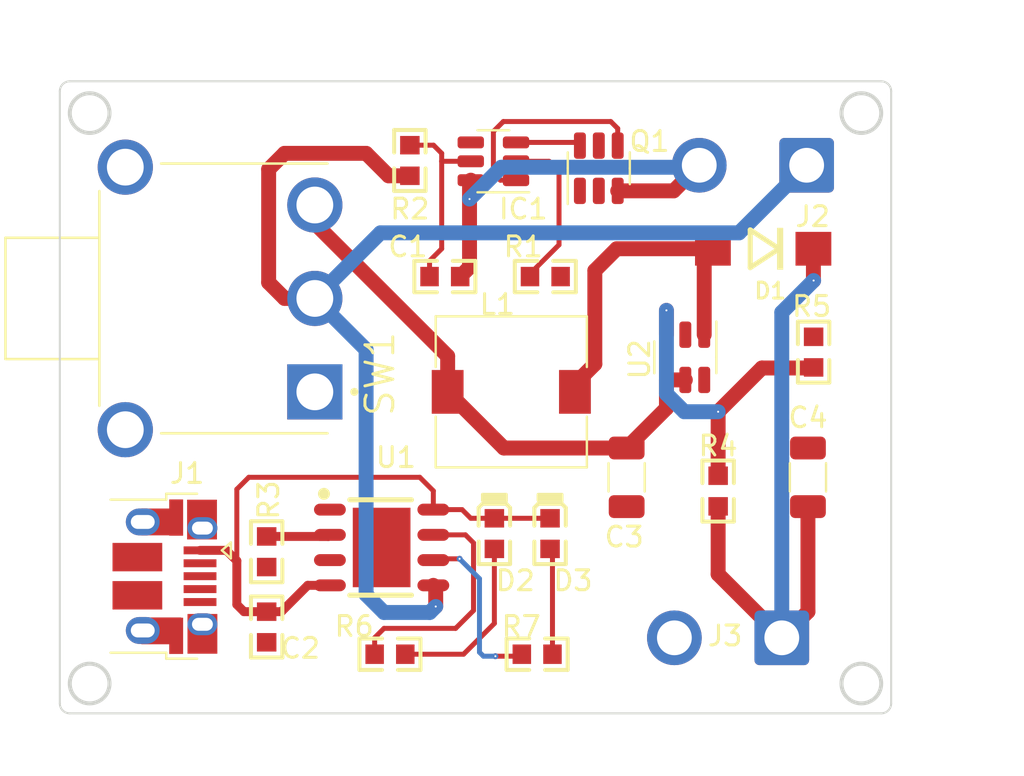
<source format=kicad_pcb>
(kicad_pcb (version 20211014) (generator pcbnew)
  (layers (0 "F.Cu" signal) (31 "B.Cu" signal) (34 "B.Paste" user) (35 "F.Paste" user) (36 "B.SilkS" user "B.Silkscreen") (37 "F.SilkS" user "F.Silkscreen") (38 "B.Mask" user) (39 "F.Mask" user) (44 "Edge.Cuts" user))
  (net 0 "")
  (net 1 "Net-(C1-Pad1)")
  (net 2 "/BAT-")
  (net 3 "/VBUS")
  (net 4 "GND")
  (net 5 "Net-(C3-Pad1)")
  (net 6 "/5V")
  (net 7 "Net-(D1-PadA)")
  (net 8 "Net-(D2-Pad1)")
  (net 9 "Net-(D3-Pad1)")
  (net 10 "/OD")
  (net 11 "Net-(IC1-Pad2)")
  (net 12 "Net-(IC1-Pad3)")
  (net 17 "/BAT+")
  (net 19 "Net-(R3-Pad2)")
  (net 20 "Net-(R4-Pad2)")
  (net 21 "Net-(R6-Pad1)")
  (net 22 "Net-(R7-Pad1)")
  (footprint "Capacitor_SMD:C_1206_3216Metric" (layer "F.Cu") (at 174.315 75.925 90)
    (fp_text reference "C4" (at 3 0 180) (layer "F.SilkS"))
    (fp_text value "22uF")
    (fp_line (start -0.711252 0.91) (end 0.711252 0.91) (layer "F.SilkS") (width 0.12))
    (fp_line (start -0.711252 -0.91) (end 0.711252 -0.91) (layer "F.SilkS") (width 0.12))
    (pad "1" smd roundrect (at -1.475 0 90) (size 1.15 1.8) (layers "F.Cu" "F.Paste" "F.Mask") (roundrect_rratio 0.217391) (net 6 "/5V"))
    (pad "2" smd roundrect (at 1.475 0 90) (size 1.15 1.8) (layers "F.Cu" "F.Paste" "F.Mask") (roundrect_rratio 0.217391) (net 4 "GND"))
  )
  (footprint "lc_lib:0603_R" (layer "F.Cu") (at 160.7 84.825)
    (fp_text reference "R7" (at -0.8 -1.4) (layer "F.SilkS"))
    (fp_text value "1k")
    (fp_line (start -1.535 0.79) (end -0.4 0.79) (layer "F.SilkS") (width 0.2))
    (fp_line (start 1.535 0.79) (end 1.535 -0.79) (layer "F.SilkS") (width 0.2))
    (fp_line (start 0.4 -0.79) (end 1.535 -0.79) (layer "F.SilkS") (width 0.2))
    (fp_line (start 0.4 0.79) (end 1.535 0.79) (layer "F.SilkS") (width 0.2))
    (fp_line (start -1.535 -0.79) (end -0.4 -0.79) (layer "F.SilkS") (width 0.2))
    (fp_line (start -1.535 0.79) (end -1.535 -0.79) (layer "F.SilkS") (width 0.2))
    (pad "1" smd rect locked (at -0.77 0) (size 0.93 0.98) (layers "F.Cu" "F.Paste" "F.Mask") (net 22 "Net-(R7-Pad1)"))
    (pad "2" smd rect locked (at 0.77 0) (size 0.93 0.98) (layers "F.Cu" "F.Paste" "F.Mask") (net 9 "Net-(D3-Pad1)"))
  )
  (footprint "Connector_USB:USB_Micro-B_Amphenol_10103594-0001LF_Horizontal" (layer "F.Cu") (at 141.985 80.925 -90)
    (fp_text reference "J1" (at -5.2 -1.115 180) (layer "F.SilkS"))
    (fp_text value "USB_B_Micro")
    (fp_line (start -1.325 -2.865) (end -1.725 -3.315) (layer "F.SilkS") (width 0.12))
    (fp_line (start -0.925 -3.315) (end -1.325 -2.865) (layer "F.SilkS") (width 0.12))
    (fp_line (start -3.875 2.735) (end -3.875 -0.065) (layer "F.SilkS") (width 0.12))
    (fp_line (start 3.825 -0.065) (end 4.125 -0.065) (layer "F.SilkS") (width 0.12))
    (fp_line (start -4.175 -0.065) (end -3.875 -0.065) (layer "F.SilkS") (width 0.12))
    (fp_line (start 4.125 -0.065) (end 4.125 -1.615) (layer "F.SilkS") (width 0.12))
    (fp_line (start 3.825 2.735) (end 3.825 -0.065) (layer "F.SilkS") (width 0.12))
    (fp_line (start -4.175 -0.065) (end -4.175 -1.615) (layer "F.SilkS") (width 0.12))
    (fp_line (start -1.725 -3.315) (end -0.925 -3.315) (layer "F.SilkS") (width 0.12))
    (pad "1" smd rect (at -1.325 -1.765) (size 1.65 0.4) (layers "F.Cu" "F.Paste" "F.Mask") (net 3 "/VBUS"))
    (pad "2" smd rect (at -0.675 -1.765) (size 1.65 0.4) (layers "F.Cu" "F.Paste" "F.Mask"))
    (pad "3" smd rect (at -0.025 -1.765) (size 1.65 0.4) (layers "F.Cu" "F.Paste" "F.Mask"))
    (pad "4" smd rect (at 0.625 -1.765) (size 1.65 0.4) (layers "F.Cu" "F.Paste" "F.Mask"))
    (pad "5" smd rect (at 1.275 -1.765) (size 1.65 0.4) (layers "F.Cu" "F.Paste" "F.Mask") (net 4 "GND"))
    (pad "6" smd rect (at 2.875 -1.885 270) (size 2 1.5) (layers "F.Cu" "F.Paste" "F.Mask") (net 4 "GND"))
    (pad "6" smd rect (at 2.725 0.185 270) (size 1.35 2) (layers "F.Cu" "F.Paste" "F.Mask") (net 4 "GND"))
    (pad "6" smd rect (at -0.985 1.385) (size 2.5 1.43) (layers "F.Cu" "F.Paste" "F.Mask") (net 4 "GND"))
    (pad "6" smd rect (at -2.875 -1.865 270) (size 2 1.5) (layers "F.Cu" "F.Paste" "F.Mask") (net 4 "GND"))
    (pad "6" thru_hole oval (at 2.395 -1.885) (size 1.5 1.1) (drill oval 1.05 0.65) (layers *.Cu *.Mask) (net 4 "GND"))
    (pad "6" thru_hole oval (at -2.755 1.115) (size 1.7 1.35) (drill oval 1.2 0.7) (layers *.Cu *.Mask) (net 4 "GND"))
    (pad "6" smd rect (at -2.755 0.185 270) (size 1.35 2) (layers "F.Cu" "F.Paste" "F.Mask") (net 4 "GND"))
    (pad "6" smd rect (at 2.975 -0.565 270) (size 1.825 0.7) (layers "F.Cu" "F.Paste" "F.Mask") (net 4 "GND"))
    (pad "6" thru_hole oval (at -2.445 -1.885) (size 1.5 1.1) (drill oval 1.05 0.65) (layers *.Cu *.Mask) (net 4 "GND"))
    (pad "6" thru_hole oval (at 2.705 1.115) (size 1.7 1.35) (drill oval 1.2 0.7) (layers *.Cu *.Mask) (net 4 "GND"))
    (pad "6" smd rect (at -2.975 -0.565 270) (size 1.825 0.7) (layers "F.Cu" "F.Paste" "F.Mask") (net 4 "GND"))
    (pad "6" smd rect (at 0.935 1.385) (size 2.5 1.43) (layers "F.Cu" "F.Paste" "F.Mask") (net 4 "GND"))
  )
  (footprint "lc_lib:0603_R" (layer "F.Cu") (at 154.3 59.985 -90)
    (fp_text reference "R2" (at 2.44 0 180) (layer "F.SilkS"))
    (fp_text value "100")
    (fp_line (start -1.535 0.79) (end -1.535 -0.79) (layer "F.SilkS") (width 0.2))
    (fp_line (start 0.4 -0.79) (end 1.535 -0.79) (layer "F.SilkS") (width 0.2))
    (fp_line (start 0.4 0.79) (end 1.535 0.79) (layer "F.SilkS") (width 0.2))
    (fp_line (start -1.535 0.79) (end -0.4 0.79) (layer "F.SilkS") (width 0.2))
    (fp_line (start 1.535 0.79) (end 1.535 -0.79) (layer "F.SilkS") (width 0.2))
    (fp_line (start -1.535 -0.79) (end -0.4 -0.79) (layer "F.SilkS") (width 0.2))
    (pad "1" smd rect locked (at -0.77 0 270) (size 0.93 0.98) (layers "F.Cu" "F.Paste" "F.Mask") (net 1 "Net-(C1-Pad1)"))
    (pad "2" smd rect locked (at 0.77 0 270) (size 0.93 0.98) (layers "F.Cu" "F.Paste" "F.Mask") (net 17 "/BAT+"))
  )
  (footprint "403_charger_new:75_75_4" (layer "F.Cu") (at 163.15 67.625 180)
    (fp_text reference "L1" (at 4.45 0.4 unlocked) (layer "F.SilkS"))
    (fp_text value "22uH")
    (fp_line (start -0.05 -0.2) (end -0.05 -2.75) (layer "F.SilkS") (width 0.12))
    (fp_line (start -0.05 -7.8) (end 7.55 -7.8) (layer "F.SilkS") (width 0.12))
    (fp_line (start 7.55 -0.2) (end -0.05 -0.2) (layer "F.SilkS") (width 0.12))
    (fp_line (start 7.55 -2.75) (end 7.55 -0.2) (layer "F.SilkS") (width 0.12))
    (fp_line (start -0.05 -5.25) (end -0.05 -7.8) (layer "F.SilkS") (width 0.12))
    (fp_line (start 7.55 -7.8) (end 7.55 -5.25) (layer "F.SilkS") (width 0.12))
    (pad "1" smd rect (at 0.55 -4 90) (size 2.2 1.6) (layers "F.Cu" "F.Paste" "F.Mask") (net 7 "Net-(D1-PadA)"))
    (pad "2" smd rect (at 6.95 -4 90) (size 2.2 1.6) (layers "F.Cu" "F.Adhes" "F.Paste" "F.Mask") (net 5 "Net-(C3-Pad1)"))
  )
  (footprint "Package_TO_SOT_SMD:SOT-23-6" (layer "F.Cu") (at 163.8 60.375 90)
    (fp_text reference "Q1" (at 1.35 2.55 180) (layer "F.SilkS"))
    (fp_text value "FS8205")
    (fp_line (start 0 1.56) (end -0.8 1.56) (layer "F.SilkS") (width 0.12))
    (fp_line (start 0 1.56) (end 0.8 1.56) (layer "F.SilkS") (width 0.12))
    (fp_line (start 0 -1.56) (end -1.8 -1.56) (layer "F.SilkS") (width 0.12))
    (fp_line (start 0 -1.56) (end 0.8 -1.56) (layer "F.SilkS") (width 0.12))
    (pad "1" smd roundrect (at -1.1375 -0.95 90) (size 1.325 0.6) (layers "F.Cu" "F.Paste" "F.Mask") (net 4 "GND"))
    (pad "2" smd roundrect (at -1.1375 0 90) (size 1.325 0.6) (layers "F.Cu" "F.Paste" "F.Mask"))
    (pad "3" smd roundrect (at -1.1375 0.95 90) (size 1.325 0.6) (layers "F.Cu" "F.Paste" "F.Mask") (net 2 "/BAT-"))
    (pad "4" smd roundrect (at 1.1375 0.95 90) (size 1.325 0.6) (layers "F.Cu" "F.Paste" "F.Mask") (net 10 "/OD"))
    (pad "5" smd roundrect (at 1.1375 0 90) (size 1.325 0.6) (layers "F.Cu" "F.Paste" "F.Mask"))
    (pad "6" smd roundrect (at 1.1375 -0.95 90) (size 1.325 0.6) (layers "F.Cu" "F.Paste" "F.Mask") (net 12 "Net-(IC1-Pad3)"))
  )
  (footprint "lc_lib:0603_R" (layer "F.Cu") (at 169.8 76.615 90)
    (fp_text reference "R4" (at 2.27 0 180) (layer "F.SilkS"))
    (fp_text value "7.5k")
    (fp_line (start -1.535 0.79) (end -1.535 -0.79) (layer "F.SilkS") (width 0.2))
    (fp_line (start 1.535 0.79) (end 1.535 -0.79) (layer "F.SilkS") (width 0.2))
    (fp_line (start -1.535 0.79) (end -0.4 0.79) (layer "F.SilkS") (width 0.2))
    (fp_line (start 0.4 0.79) (end 1.535 0.79) (layer "F.SilkS") (width 0.2))
    (fp_line (start 0.4 -0.79) (end 1.535 -0.79) (layer "F.SilkS") (width 0.2))
    (fp_line (start -1.535 -0.79) (end -0.4 -0.79) (layer "F.SilkS") (width 0.2))
    (pad "1" smd rect locked (at -0.77 0 90) (size 0.93 0.98) (layers "F.Cu" "F.Paste" "F.Mask") (net 6 "/5V"))
    (pad "2" smd rect locked (at 0.77 0 90) (size 0.93 0.98) (layers "F.Cu" "F.Paste" "F.Mask") (net 20 "Net-(R4-Pad2)"))
  )
  (footprint "403_charger_new:SS34" (layer "F.Cu") (at 172.06375 64.425 180)
    (fp_text reference "D1" (at -0.354 -2.117 180) (layer "F.SilkS") (effects (font (size 0.8 0.8))))
    (fp_text value "SS34_mdd")
    (fp_line (start 0.65 0.95) (end -0.8 0) (layer "F.SilkS") (width 0.254))
    (fp_line (start -0.8 0) (end 0.65 -0.95) (layer "F.SilkS") (width 0.254))
    (fp_line (start 0.65 -0.95) (end 0.65 0.95) (layer "F.SilkS") (width 0.254))
    (fp_poly (pts (xy -1 -1.05) (xy -0.7 -1.05) (xy -0.7 1.05) (xy -1 1.05)) (layer "F.SilkS") (width 0.01) (fill solid))
    (pad "A" smd rect (at 2.52625 0 180) (size 1.8 1.7) (layers "F.Cu" "F.Paste" "F.Mask") (net 7 "Net-(D1-PadA)"))
    (pad "C" smd rect (at -2.52625 0 180) (size 1.8 1.7) (layers "F.Cu" "F.Paste" "F.Mask") (net 6 "/5V"))
  )
  (footprint "Package_TO_SOT_SMD:SOT-23-6" (layer "F.Cu") (at 158.5 60.025 180)
    (fp_text reference "IC1" (at -1.5 -2.4 180) (layer "F.SilkS"))
    (fp_text value "FS312F-G")
    (fp_line (start 0 1.56) (end 0.8 1.56) (layer "F.SilkS") (width 0.12))
    (fp_line (start 0 -1.56) (end -1.8 -1.56) (layer "F.SilkS") (width 0.12))
    (fp_line (start 0 1.56) (end -0.8 1.56) (layer "F.SilkS") (width 0.12))
    (fp_line (start 0 -1.56) (end 0.8 -1.56) (layer "F.SilkS") (width 0.12))
    (pad "1" smd roundrect (at -1.1375 -0.95 180) (size 1.325 0.6) (layers "F.Cu" "F.Paste" "F.Mask") (net 10 "/OD"))
    (pad "2" smd roundrect (at -1.1375 0 180) (size 1.325 0.6) (layers "F.Cu" "F.Paste" "F.Mask") (net 11 "Net-(IC1-Pad2)"))
    (pad "3" smd roundrect (at -1.1375 0.95 180) (size 1.325 0.6) (layers "F.Cu" "F.Paste" "F.Mask") (net 12 "Net-(IC1-Pad3)"))
    (pad "4" smd roundrect (at 1.1375 0.95 180) (size 1.325 0.6) (layers "F.Cu" "F.Paste" "F.Mask"))
    (pad "5" smd roundrect (at 1.1375 0 180) (size 1.325 0.6) (layers "F.Cu" "F.Paste" "F.Mask") (net 1 "Net-(C1-Pad1)"))
    (pad "6" smd roundrect (at 1.1375 -0.95 180) (size 1.325 0.6) (layers "F.Cu" "F.Paste" "F.Mask") (net 2 "/BAT-"))
  )
  (footprint "403_charger_new:SW_500SSP3S1M6QEA" (layer "F.Cu") (at 144.7575 66.925 90)
    (fp_text reference "SW1" (at -3.8 8.0425 90) (layer "F.SilkS") (effects (font (size 1.4 1.4))))
    (fp_text value "SW_DIP_x01")
    (fp_line (start 3.05 -10.79) (end 3.05 -6.075) (layer "F.SilkS") (width 0.127))
    (fp_line (start -3.05 -6.075) (end -3.05 -10.79) (layer "F.SilkS") (width 0.127))
    (fp_line (start -6.785 -2.964) (end -6.785 5.4) (layer "F.SilkS") (width 0.127))
    (fp_line (start -3.05 -10.79) (end 3.05 -10.79) (layer "F.SilkS") (width 0.127))
    (fp_line (start 6.785 -2.964) (end 6.785 5.4) (layer "F.SilkS") (width 0.127))
    (fp_line (start -5.4 -6.07) (end 5.4 -6.07) (layer "F.SilkS") (width 0.127))
    (fp_circle (center -4.7 6.75) (end -4.6 6.75) (layer "F.SilkS") (width 0.2) (fill none))
    (pad "1" thru_hole rect (at -4.7 4.765 90) (size 2.775 2.775) (drill 1.85) (layers *.Cu *.Mask))
    (pad "2" thru_hole circle (at 0 4.765 90) (size 2.775 2.775) (drill 1.85) (layers *.Cu *.Mask) (net 17 "/BAT+"))
    (pad "3" thru_hole circle (at 4.7 4.765 90) (size 2.775 2.775) (drill 1.85) (layers *.Cu *.Mask) (net 5 "Net-(C3-Pad1)"))
    (pad "S1" thru_hole circle (at -6.605 -4.765 90) (size 2.775 2.775) (drill 1.85) (layers *.Cu *.Mask))
    (pad "S2" thru_hole circle (at 6.605 -4.765 90) (size 2.775 2.775) (drill 1.85) (layers *.Cu *.Mask))
  )
  (footprint "lc_lib:0603_R" (layer "F.Cu") (at 174.6 69.625 90)
    (fp_text reference "R5" (at 2.3 -0.1 180) (layer "F.SilkS"))
    (fp_text value "1k")
    (fp_line (start 0.4 -0.79) (end 1.535 -0.79) (layer "F.SilkS") (width 0.2))
    (fp_line (start 1.535 0.79) (end 1.535 -0.79) (layer "F.SilkS") (width 0.2))
    (fp_line (start -1.535 0.79) (end -1.535 -0.79) (layer "F.SilkS") (width 0.2))
    (fp_line (start -1.535 0.79) (end -0.4 0.79) (layer "F.SilkS") (width 0.2))
    (fp_line (start -1.535 -0.79) (end -0.4 -0.79) (layer "F.SilkS") (width 0.2))
    (fp_line (start 0.4 0.79) (end 1.535 0.79) (layer "F.SilkS") (width 0.2))
    (pad "1" smd rect locked (at -0.77 0 90) (size 0.93 0.98) (layers "F.Cu" "F.Paste" "F.Mask") (net 20 "Net-(R4-Pad2)"))
    (pad "2" smd rect locked (at 0.77 0 90) (size 0.93 0.98) (layers "F.Cu" "F.Paste" "F.Mask") (net 4 "GND"))
  )
  (footprint "Package_TO_SOT_SMD:SOT-23-6" (layer "F.Cu") (at 168.15 69.8875 -90)
    (fp_text reference "U2" (at 0.1 2.3 90) (layer "F.SilkS"))
    (fp_text value "MT3608")
    (fp_line (start 0 -1.56) (end 0.8 -1.56) (layer "F.SilkS") (width 0.12))
    (fp_line (start 0 1.56) (end 0.8 1.56) (layer "F.SilkS") (width 0.12))
    (fp_line (start 0 -1.56) (end -1.8 -1.56) (layer "F.SilkS") (width 0.12))
    (fp_line (start 0 1.56) (end -0.8 1.56) (layer "F.SilkS") (width 0.12))
    (pad "1" smd roundrect (at -1.1375 -0.95 270) (size 1.325 0.6) (layers "F.Cu" "F.Paste" "F.Mask") (net 7 "Net-(D1-PadA)"))
    (pad "2" smd roundrect (at -1.1375 0 270) (size 1.325 0.6) (layers "F.Cu" "F.Paste" "F.Mask") (net 4 "GND"))
    (pad "3" smd roundrect (at -1.1375 0.95 270) (size 1.325 0.6) (layers "F.Cu" "F.Paste" "F.Mask") (net 20 "Net-(R4-Pad2)"))
    (pad "4" smd roundrect (at 1.1375 0.95 270) (size 1.325 0.6) (layers "F.Cu" "F.Paste" "F.Mask") (net 5 "Net-(C3-Pad1)"))
    (pad "5" smd roundrect (at 1.1375 0 270) (size 1.325 0.6) (layers "F.Cu" "F.Paste" "F.Mask") (net 5 "Net-(C3-Pad1)"))
    (pad "6" smd roundrect (at 1.1375 -0.95 270) (size 1.325 0.6) (layers "F.Cu" "F.Paste" "F.Mask"))
  )
  (footprint "Connector_Wire:SolderWire-1sqmm_1x02_P5.4mm_D1.4mm_OD2.7mm" (layer "F.Cu") (at 173 84 180)
    (fp_text reference "J3" (at 2.85 0.1) (layer "F.SilkS"))
    (fp_text value "Conn_01x02_Female")
    (pad "1" thru_hole roundrect (at 0 0 180) (size 2.75 2.75) (drill 1.75) (layers *.Cu *.Mask) (roundrect_rratio 0.090909) (net 6 "/5V"))
    (pad "2" thru_hole circle (at 5.4 0 180) (size 2.75 2.75) (drill 1.75) (layers *.Cu *.Mask) (net 4 "GND"))
  )
  (footprint "lc_lib:0603_R" (layer "F.Cu") (at 156.06 65.825)
    (fp_text reference "C1" (at -1.86 -1.5) (layer "F.SilkS"))
    (fp_text value "0.1u")
    (fp_line (start -1.535 -0.79) (end -0.4 -0.79) (layer "F.SilkS") (width 0.2))
    (fp_line (start -1.535 0.79) (end -1.535 -0.79) (layer "F.SilkS") (width 0.2))
    (fp_line (start -1.535 0.79) (end -0.4 0.79) (layer "F.SilkS") (width 0.2))
    (fp_line (start 0.4 0.79) (end 1.535 0.79) (layer "F.SilkS") (width 0.2))
    (fp_line (start 0.4 -0.79) (end 1.535 -0.79) (layer "F.SilkS") (width 0.2))
    (fp_line (start 1.535 0.79) (end 1.535 -0.79) (layer "F.SilkS") (width 0.2))
    (pad "1" smd rect locked (at -0.77 0) (size 0.93 0.98) (layers "F.Cu" "F.Paste" "F.Mask") (net 1 "Net-(C1-Pad1)"))
    (pad "2" smd rect locked (at 0.77 0) (size 0.93 0.98) (layers "F.Cu" "F.Paste" "F.Mask") (net 2 "/BAT-"))
  )
  (footprint "lc_lib:SOP-8_EP_150MIL" (layer "F.Cu") (at 152.88 79.455 -90)
    (fp_text reference "U1" (at -4.53 -0.72 180) (layer "F.SilkS"))
    (fp_text value "TP4056_[C16581]")
    (fp_line (start -2.4 1.6) (end -2.4 -1.5) (layer "F.SilkS") (width 0.254))
    (fp_line (start 2.4 1.6) (end 2.4 -1.5) (layer "F.SilkS") (width 0.254))
    (fp_circle (center -2.7 2.9) (end -2.55 2.9) (layer "F.SilkS") (width 0.3) (fill none))
    (pad "0" smd rect (at 0 0 90) (size 4 2.9) (layers "F.Cu" "F.Paste" "F.Mask"))
    (pad "1" smd oval (at -1.905 2.6 90) (size 0.6 1.6) (layers "F.Cu" "F.Paste" "F.Mask") (net 4 "GND"))
    (pad "2" smd oval (at -0.635 2.6 90) (size 0.6 1.6) (layers "F.Cu" "F.Paste" "F.Mask") (net 19 "Net-(R3-Pad2)"))
    (pad "3" smd oval (at 0.635 2.6 90) (size 0.6 1.6) (layers "F.Cu" "F.Paste" "F.Mask") (net 4 "GND"))
    (pad "4" smd oval (at 1.905 2.6 90) (size 0.6 1.6) (layers "F.Cu" "F.Paste" "F.Mask") (net 3 "/VBUS"))
    (pad "5" smd oval (at 1.905 -2.6 90) (size 0.6 1.6) (layers "F.Cu" "F.Paste" "F.Mask") (net 17 "/BAT+"))
    (pad "6" smd oval (at 0.635 -2.6 90) (size 0.6 1.6) (layers "F.Cu" "F.Paste" "F.Mask") (net 22 "Net-(R7-Pad1)"))
    (pad "7" smd oval (at -0.635 -2.6 90) (size 0.6 1.6) (layers "F.Cu" "F.Paste" "F.Mask") (net 21 "Net-(R6-Pad1)"))
    (pad "8" smd oval (at -1.905 -2.6 90) (size 0.6 1.6) (layers "F.Cu" "F.Paste" "F.Mask") (net 3 "/VBUS"))
  )
  (footprint "lc_lib:0603_LED_S1" (layer "F.Cu") (at 158.549 78.7566 -90)
    (fp_text reference "D2" (at 2.3684 -1.051 180) (layer "F.SilkS"))
    (fp_text value "LED_R")
    (fp_line (start 1.535 0.79) (end 1.535 -0.79) (layer "F.SilkS") (width 0.2))
    (fp_line (start 0.4 0.79) (end 1.535 0.79) (layer "F.SilkS") (width 0.2))
    (fp_line (start -1.3 -0.79) (end -0.4 -0.79) (layer "F.SilkS") (width 0.2))
    (fp_line (start 0.4 -0.79) (end 1.535 -0.79) (layer "F.SilkS") (width 0.2))
    (fp_line (start -1.5 0.597) (end -1.3 0.79) (layer "F.SilkS") (width 0.2))
    (fp_line (start -1.3 0.79) (end -0.4 0.79) (layer "F.SilkS") (width 0.2))
    (fp_line (start -1.5 -0.597) (end -1.3 -0.79) (layer "F.SilkS") (width 0.2))
    (fp_line (start -1.5 0.597) (end -1.5 -0.597) (layer "F.SilkS") (width 0.2))
    (fp_poly (pts (xy -1.975 0.6) (xy -1.675 0.6) (xy -1.675 -0.6) (xy -1.975 -0.6)) (layer "F.SilkS") (width 0.15) (fill solid))
    (pad "1" smd rect (at 0.77 0 90) (size 0.93 0.98) (layers "F.Cu" "F.Paste" "F.Mask") (net 8 "Net-(D2-Pad1)"))
    (pad "2" smd rect (at -0.77 0 90) (size 0.93 0.98) (layers "F.Cu" "F.Paste" "F.Mask") (net 3 "/VBUS"))
  )
  (footprint "lc_lib:0603_R" (layer "F.Cu") (at 161.11 65.825 180)
    (fp_text reference "R1" (at 1.11 1.5) (layer "F.SilkS"))
    (fp_text value "2k")
    (fp_line (start 0.4 -0.79) (end 1.535 -0.79) (layer "F.SilkS") (width 0.2))
    (fp_line (start -1.535 0.79) (end -1.535 -0.79) (layer "F.SilkS") (width 0.2))
    (fp_line (start -1.535 0.79) (end -0.4 0.79) (layer "F.SilkS") (width 0.2))
    (fp_line (start 1.535 0.79) (end 1.535 -0.79) (layer "F.SilkS") (width 0.2))
    (fp_line (start 0.4 0.79) (end 1.535 0.79) (layer "F.SilkS") (width 0.2))
    (fp_line (start -1.535 -0.79) (end -0.4 -0.79) (layer "F.SilkS") (width 0.2))
    (pad "1" smd rect locked (at -0.77 0 180) (size 0.93 0.98) (layers "F.Cu" "F.Paste" "F.Mask") (net 4 "GND"))
    (pad "2" smd rect locked (at 0.77 0 180) (size 0.93 0.98) (layers "F.Cu" "F.Paste" "F.Mask") (net 11 "Net-(IC1-Pad2)"))
  )
  (footprint "lc_lib:0603_R" (layer "F.Cu") (at 147.1 79.67 90)
    (fp_text reference "R3" (at 2.6 0.1 90) (layer "F.SilkS"))
    (fp_text value "2k")
    (fp_line (start 1.535 0.79) (end 1.535 -0.79) (layer "F.SilkS") (width 0.2))
    (fp_line (start -1.535 -0.79) (end -0.4 -0.79) (layer "F.SilkS") (width 0.2))
    (fp_line (start -1.535 0.79) (end -0.4 0.79) (layer "F.SilkS") (width 0.2))
    (fp_line (start -1.535 0.79) (end -1.535 -0.79) (layer "F.SilkS") (width 0.2))
    (fp_line (start 0.4 0.79) (end 1.535 0.79) (layer "F.SilkS") (width 0.2))
    (fp_line (start 0.4 -0.79) (end 1.535 -0.79) (layer "F.SilkS") (width 0.2))
    (pad "1" smd rect locked (at -0.77 0 90) (size 0.93 0.98) (layers "F.Cu" "F.Paste" "F.Mask") (net 4 "GND"))
    (pad "2" smd rect locked (at 0.77 0 90) (size 0.93 0.98) (layers "F.Cu" "F.Paste" "F.Mask") (net 19 "Net-(R3-Pad2)"))
  )
  (footprint "Capacitor_SMD:C_1206_3216Metric" (layer "F.Cu") (at 165.2 75.925 -90)
    (fp_text reference "C3" (at 3 0.125 180) (layer "F.SilkS"))
    (fp_text value "22uF")
    (fp_line (start -0.711252 0.91) (end 0.711252 0.91) (layer "F.SilkS") (width 0.12))
    (fp_line (start -0.711252 -0.91) (end 0.711252 -0.91) (layer "F.SilkS") (width 0.12))
    (pad "1" smd roundrect (at -1.475 0 270) (size 1.15 1.8) (layers "F.Cu" "F.Paste" "F.Mask") (roundrect_rratio 0.217391) (net 5 "Net-(C3-Pad1)"))
    (pad "2" smd roundrect (at 1.475 0 270) (size 1.15 1.8) (layers "F.Cu" "F.Paste" "F.Mask") (roundrect_rratio 0.217391) (net 4 "GND"))
  )
  (footprint "lc_lib:0603_R" (layer "F.Cu") (at 153.3 84.825)
    (fp_text reference "R6" (at -1.8 -1.4) (layer "F.SilkS"))
    (fp_text value "1k")
    (fp_line (start 0.4 0.79) (end 1.535 0.79) (layer "F.SilkS") (width 0.2))
    (fp_line (start -1.535 0.79) (end -0.4 0.79) (layer "F.SilkS") (width 0.2))
    (fp_line (start -1.535 -0.79) (end -0.4 -0.79) (layer "F.SilkS") (width 0.2))
    (fp_line (start 1.535 0.79) (end 1.535 -0.79) (layer "F.SilkS") (width 0.2))
    (fp_line (start 0.4 -0.79) (end 1.535 -0.79) (layer "F.SilkS") (width 0.2))
    (fp_line (start -1.535 0.79) (end -1.535 -0.79) (layer "F.SilkS") (width 0.2))
    (pad "1" smd rect locked (at -0.77 0) (size 0.93 0.98) (layers "F.Cu" "F.Paste" "F.Mask") (net 21 "Net-(R6-Pad1)"))
    (pad "2" smd rect locked (at 0.77 0) (size 0.93 0.98) (layers "F.Cu" "F.Paste" "F.Mask") (net 8 "Net-(D2-Pad1)"))
  )
  (footprint "lc_lib:0603_LED_S1" (layer "F.Cu") (at 161.349 78.7566 -90)
    (fp_text reference "D3" (at 2.3684 -1.151 180) (layer "F.SilkS"))
    (fp_text value "LED_G")
    (fp_line (start -1.3 0.79) (end -0.4 0.79) (layer "F.SilkS") (width 0.2))
    (fp_line (start 0.4 0.79) (end 1.535 0.79) (layer "F.SilkS") (width 0.2))
    (fp_line (start 1.535 0.79) (end 1.535 -0.79) (layer "F.SilkS") (width 0.2))
    (fp_line (start -1.5 0.597) (end -1.3 0.79) (layer "F.SilkS") (width 0.2))
    (fp_line (start -1.5 0.597) (end -1.5 -0.597) (layer "F.SilkS") (width 0.2))
    (fp_line (start -1.5 -0.597) (end -1.3 -0.79) (layer "F.SilkS") (width 0.2))
    (fp_line (start 0.4 -0.79) (end 1.535 -0.79) (layer "F.SilkS") (width 0.2))
    (fp_line (start -1.3 -0.79) (end -0.4 -0.79) (layer "F.SilkS") (width 0.2))
    (fp_poly (pts (xy -1.975 0.6) (xy -1.675 0.6) (xy -1.675 -0.6) (xy -1.975 -0.6)) (layer "F.SilkS") (width 0.15) (fill solid))
    (pad "1" smd rect (at 0.77 0 90) (size 0.93 0.98) (layers "F.Cu" "F.Paste" "F.Mask") (net 9 "Net-(D3-Pad1)"))
    (pad "2" smd rect (at -0.77 0 90) (size 0.93 0.98) (layers "F.Cu" "F.Paste" "F.Mask") (net 3 "/VBUS"))
  )
  (footprint "Connector_Wire:SolderWire-1sqmm_1x02_P5.4mm_D1.4mm_OD2.7mm" (layer "F.Cu") (at 174.25 60.225 180)
    (fp_text reference "J2" (at -0.307857 -2.58) (layer "F.SilkS"))
    (fp_text value "Conn_01x02_Female")
    (pad "1" thru_hole roundrect (at 0 0 180) (size 2.75 2.75) (drill 1.75) (layers *.Cu *.Mask) (roundrect_rratio 0.090909) (net 17 "/BAT+"))
    (pad "2" thru_hole circle (at 5.4 0 180) (size 2.75 2.75) (drill 1.75) (layers *.Cu *.Mask) (net 2 "/BAT-"))
  )
  (footprint "lc_lib:0603_R" (layer "F.Cu") (at 147.1 83.455 -90)
    (fp_text reference "C2" (at 1.07 -1.7) (layer "F.SilkS"))
    (fp_text value "10u")
    (fp_line (start -1.535 -0.79) (end -0.4 -0.79) (layer "F.SilkS") (width 0.2))
    (fp_line (start 1.535 0.79) (end 1.535 -0.79) (layer "F.SilkS") (width 0.2))
    (fp_line (start 0.4 -0.79) (end 1.535 -0.79) (layer "F.SilkS") (width 0.2))
    (fp_line (start -1.535 0.79) (end -1.535 -0.79) (layer "F.SilkS") (width 0.2))
    (fp_line (start -1.535 0.79) (end -0.4 0.79) (layer "F.SilkS") (width 0.2))
    (fp_line (start 0.4 0.79) (end 1.535 0.79) (layer "F.SilkS") (width 0.2))
    (pad "1" smd rect locked (at -0.77 0 270) (size 0.93 0.98) (layers "F.Cu" "F.Paste" "F.Mask") (net 3 "/VBUS"))
    (pad "2" smd rect locked (at 0.77 0 270) (size 0.93 0.98) (layers "F.Cu" "F.Paste" "F.Mask") (net 4 "GND"))
  )
  (gr_circle (center 177 57.6) (end 178 57.6) (layer "Edge.Cuts") (width 0.2) (fill none))
  (gr_arc (start 137.2 87.8) (mid 136.846447 87.653553) (end 136.7 87.3) (layer "Edge.Cuts") (width 0.1))
  (gr_arc (start 136.7 56.5) (mid 136.846447 56.146447) (end 137.2 56) (layer "Edge.Cuts") (width 0.1))
  (gr_line (start 137.2 87.8) (end 178 87.8) (layer "Edge.Cuts") (width 0.1))
  (gr_circle (center 138.2 86.3) (end 138.2 85.3) (layer "Edge.Cuts") (width 0.2) (fill none))
  (gr_line (start 136.7 56.5) (end 136.7 87.3) (layer "Edge.Cuts") (width 0.1))
  (gr_arc (start 178 56) (mid 178.353553 56.146447) (end 178.5 56.5) (layer "Edge.Cuts") (width 0.1))
  (gr_arc (start 178.5 87.3) (mid 178.353553 87.653553) (end 178 87.8) (layer "Edge.Cuts") (width 0.1))
  (gr_line (start 178 56) (end 137.2 56) (layer "Edge.Cuts") (width 0.1))
  (gr_circle (center 177 86.3) (end 177 85.3) (layer "Edge.Cuts") (width 0.2) (fill none))
  (gr_circle (center 138.2 57.6) (end 138.2 56.6) (layer "Edge.Cuts") (width 0.2) (fill none))
  (gr_line (start 178.5 87.3) (end 178.5 56.5) (layer "Edge.Cuts") (width 0.1))
  (segment (start 157.3625 60.025) (end 155.9 60.025) (width 0.25) (layer "F.Cu") (net 1))
  (segment (start 155.9 59.625) (end 155.49 59.215) (width 0.25) (layer "F.Cu") (net 1))
  (segment (start 155.29 65.035) (end 155.9 64.425) (width 0.25) (layer "F.Cu") (net 1))
  (segment (start 155.29 65.825) (end 155.29 65.035) (width 0.25) (layer "F.Cu") (net 1))
  (segment (start 155.49 59.215) (end 154.3 59.215) (width 0.25) (layer "F.Cu") (net 1))
  (segment (start 155.9 60.025) (end 155.9 59.625) (width 0.25) (layer "F.Cu") (net 1))
  (segment (start 155.9 64.425) (end 155.9 60.025) (width 0.25) (layer "F.Cu") (net 1))
  (segment (start 157.3 61.0375) (end 157.3 61.925) (width 0.75) (layer "F.Cu") (net 2))
  (segment (start 157.3 65.355) (end 156.83 65.825) (width 0.75) (layer "F.Cu") (net 2))
  (segment (start 164.75 61.5125) (end 167.5625 61.5125) (width 0.75) (layer "F.Cu") (net 2))
  (segment (start 157.3625 60.975) (end 157.3 61.0375) (width 0.75) (layer "F.Cu") (net 2))
  (segment (start 167.5625 61.5125) (end 168.85 60.225) (width 0.75) (layer "F.Cu") (net 2))
  (segment (start 157.3 61.925) (end 157.3 65.355) (width 0.75) (layer "F.Cu") (net 2))
  (via micro (at 157.3 61.925) (size 0.3) (drill 0.1) (layers "F.Cu" "B.Cu") (net 2))
  (segment (start 158.9 60.325) (end 168.75 60.325) (width 0.75) (layer "B.Cu") (net 2))
  (segment (start 168.75 60.325) (end 168.85 60.225) (width 0.75) (layer "B.Cu") (net 2))
  (segment (start 157.3 61.925) (end 158.9 60.325) (width 0.75) (layer "B.Cu") (net 2))
  (segment (start 147.84 82.685) (end 149.165 81.36) (width 0.45) (layer "F.Cu") (net 3))
  (segment (start 155.48 77.55) (end 155.48 76.605) (width 0.25) (layer "F.Cu") (net 3))
  (segment (start 156.925 77.55) (end 157.3616 77.9866) (width 0.25) (layer "F.Cu") (net 3))
  (segment (start 145.96 82.685) (end 147.1 82.685) (width 0.45) (layer "F.Cu") (net 3))
  (segment (start 145.6 80.125) (end 145.6 82.325) (width 0.45) (layer "F.Cu") (net 3))
  (segment (start 146.2 75.925) (end 145.6 76.525) (width 0.25) (layer "F.Cu") (net 3))
  (segment (start 157.3616 77.9866) (end 158.549 77.9866) (width 0.25) (layer "F.Cu") (net 3))
  (segment (start 147.1 82.685) (end 147.84 82.685) (width 0.45) (layer "F.Cu") (net 3))
  (segment (start 145.075 79.6) (end 145.6 80.125) (width 0.45) (layer "F.Cu") (net 3))
  (segment (start 155.48 76.605) (end 154.8 75.925) (width 0.25) (layer "F.Cu") (net 3))
  (segment (start 145.6 82.325) (end 145.96 82.685) (width 0.45) (layer "F.Cu") (net 3))
  (segment (start 145.6 76.525) (end 145.6 80.125) (width 0.25) (layer "F.Cu") (net 3))
  (segment (start 158.549 77.9866) (end 161.349 77.9866) (width 0.25) (layer "F.Cu") (net 3))
  (segment (start 149.165 81.36) (end 150.28 81.36) (width 0.45) (layer "F.Cu") (net 3))
  (segment (start 143.75 79.6) (end 145.075 79.6) (width 0.45) (layer "F.Cu") (net 3))
  (segment (start 155.48 77.55) (end 156.925 77.55) (width 0.25) (layer "F.Cu") (net 3))
  (segment (start 154.8 75.925) (end 146.2 75.925) (width 0.25) (layer "F.Cu") (net 3))
  (segment (start 159.025 74.45) (end 165.2 74.45) (width 0.75) (layer "F.Cu") (net 5))
  (segment (start 156.2 69.825) (end 149.5225 63.1475) (width 0.75) (layer "F.Cu") (net 5))
  (segment (start 156.2 71.625) (end 159.025 74.45) (width 0.75) (layer "F.Cu") (net 5))
  (segment (start 167.2 71.025) (end 167.2 72.45) (width 0.75) (layer "F.Cu") (net 5))
  (segment (start 156.2 71.625) (end 156.2 69.825) (width 0.75) (layer "F.Cu") (net 5))
  (segment (start 168.15 71.025) (end 167.2 71.025) (width 0.75) (layer "F.Cu") (net 5))
  (segment (start 167.2 72.45) (end 165.2 74.45) (width 0.75) (layer "F.Cu") (net 5))
  (segment (start 149.5225 63.1475) (end 149.5225 62.225) (width 0.75) (layer "F.Cu") (net 5))
  (segment (start 169.8 80.8) (end 173 84) (width 0.75) (layer "F.Cu") (net 6))
  (segment (start 174.59 66.015) (end 174.6 66.025) (width 0.75) (layer "F.Cu") (net 6))
  (segment (start 174.315 82.685) (end 173 84) (width 0.75) (layer "F.Cu") (net 6))
  (segment (start 174.315 77.4) (end 174.315 82.685) (width 0.75) (layer "F.Cu") (net 6))
  (segment (start 169.8 77.385) (end 169.8 80.8) (width 0.75) (layer "F.Cu") (net 6))
  (segment (start 174.59 64.425) (end 174.59 66.015) (width 0.75) (layer "F.Cu") (net 6))
  (via micro (at 174.6 66.025) (size 0.3) (drill 0.1) (layers "F.Cu" "B.Cu") (net 6))
  (segment (start 173 67.625) (end 173 84) (width 0.75) (layer "B.Cu") (net 6))
  (segment (start 174.6 66.025) (end 173 67.625) (width 0.75) (layer "B.Cu") (net 6))
  (segment (start 169.1 64.8625) (end 169.5375 64.425) (width 0.75) (layer "F.Cu") (net 7))
  (segment (start 162.6 71.225) (end 163.6 70.225) (width 0.75) (layer "F.Cu") (net 7))
  (segment (start 164.7 64.425) (end 169.5375 64.425) (width 0.75) (layer "F.Cu") (net 7))
  (segment (start 163.6 65.525) (end 164.7 64.425) (width 0.75) (layer "F.Cu") (net 7))
  (segment (start 169.1 68.75) (end 169.1 64.8625) (width 0.75) (layer "F.Cu") (net 7))
  (segment (start 162.6 71.625) (end 162.6 71.225) (width 0.75) (layer "F.Cu") (net 7))
  (segment (start 163.6 70.225) (end 163.6 65.525) (width 0.75) (layer "F.Cu") (net 7))
  (segment (start 154.07 84.825) (end 157 84.825) (width 0.25) (layer "F.Cu") (net 8))
  (segment (start 157 84.825) (end 158.549 83.276) (width 0.25) (layer "F.Cu") (net 8))
  (segment (start 158.549 83.276) (end 158.549 79.5266) (width 0.25) (layer "F.Cu") (net 8))
  (segment (start 161.47 84.825) (end 161.47 79.6476) (width 0.25) (layer "F.Cu") (net 9))
  (segment (start 161.47 79.6476) (end 161.349 79.5266) (width 0.25) (layer "F.Cu") (net 9))
  (segment (start 159 58.025) (end 164.4 58.025) (width 0.25) (layer "F.Cu") (net 10))
  (segment (start 158.5 60.625) (end 158.5 58.525) (width 0.25) (layer "F.Cu") (net 10))
  (segment (start 158.5 58.525) (end 159 58.025) (width 0.25) (layer "F.Cu") (net 10))
  (segment (start 158.85 60.975) (end 158.5 60.625) (width 0.25) (layer "F.Cu") (net 10))
  (segment (start 164.75 58.375) (end 164.75 59.2375) (width 0.25) (layer "F.Cu") (net 10))
  (segment (start 164.4 58.025) (end 164.75 58.375) (width 0.25) (layer "F.Cu") (net 10))
  (segment (start 159.6375 60.975) (end 158.85 60.975) (width 0.25) (layer "F.Cu") (net 10))
  (segment (start 161.3 60.025) (end 161.8 60.525) (width 0.25) (layer "F.Cu") (net 11))
  (segment (start 159.6375 60.025) (end 161.3 60.025) (width 0.25) (layer "F.Cu") (net 11))
  (segment (start 161.8 60.525) (end 161.8 64.225) (width 0.25) (layer "F.Cu") (net 11))
  (segment (start 160.34 65.685) (end 160.34 65.825) (width 0.25) (layer "F.Cu") (net 11))
  (segment (start 161.8 64.225) (end 160.34 65.685) (width 0.25) (layer "F.Cu") (net 11))
  (segment (start 159.6375 59.075) (end 162.6875 59.075) (width 0.25) (layer "F.Cu") (net 12))
  (segment (start 162.6875 59.075) (end 162.85 59.2375) (width 0.25) (layer "F.Cu") (net 12))
  (segment (start 152.1 59.625) (end 148 59.625) (width 0.75) (layer "F.Cu") (net 17))
  (segment (start 155.6 81.48) (end 155.6 82.425) (width 0.75) (layer "F.Cu") (net 17))
  (segment (start 155.48 81.36) (end 155.6 81.48) (width 0.75) (layer "F.Cu") (net 17))
  (segment (start 154.3 60.755) (end 153.23 60.755) (width 0.75) (layer "F.Cu") (net 17))
  (segment (start 148 66.925) (end 149.5225 66.925) (width 0.75) (layer "F.Cu") (net 17))
  (segment (start 148 59.625) (end 147.2 60.425) (width 0.75) (layer "F.Cu") (net 17))
  (segment (start 153.23 60.755) (end 152.1 59.625) (width 0.75) (layer "F.Cu") (net 17))
  (segment (start 147.2 66.125) (end 148 66.925) (width 0.75) (layer "F.Cu") (net 17))
  (segment (start 147.2 60.425) (end 147.2 66.125) (width 0.75) (layer "F.Cu") (net 17))
  (via micro (at 155.6 82.425) (size 0.3) (drill 0.1) (layers "F.Cu" "B.Cu") (net 17))
  (segment (start 155.3 82.725) (end 153 82.725) (width 0.75) (layer "B.Cu") (net 17))
  (segment (start 152.8225 63.625) (end 149.5225 66.925) (width 0.75) (layer "B.Cu") (net 17))
  (segment (start 174.25 60.225) (end 170.85 63.625) (width 0.75) (layer "B.Cu") (net 17))
  (segment (start 152.1 69.5025) (end 149.5225 66.925) (width 0.75) (layer "B.Cu") (net 17))
  (segment (start 155.6 82.425) (end 155.3 82.725) (width 0.75) (layer "B.Cu") (net 17))
  (segment (start 170.85 63.625) (end 152.8225 63.625) (width 0.75) (layer "B.Cu") (net 17))
  (segment (start 153 82.725) (end 152.1 81.825) (width 0.75) (layer "B.Cu") (net 17))
  (segment (start 152.1 81.825) (end 152.1 69.5025) (width 0.75) (layer "B.Cu") (net 17))
  (segment (start 147.1 78.9) (end 147.1 78.825) (width 0.45) (layer "F.Cu") (net 19))
  (segment (start 150.2 78.9) (end 150.28 78.82) (width 0.45) (layer "F.Cu") (net 19))
  (segment (start 147.1 78.9) (end 150.2 78.9) (width 0.45) (layer "F.Cu") (net 19))
  (segment (start 172 70.425) (end 174.57 70.425) (width 0.75) (layer "F.Cu") (net 20))
  (segment (start 169.8 75.845) (end 169.8 72.625) (width 0.75) (layer "F.Cu") (net 20))
  (segment (start 174.57 70.425) (end 174.6 70.395) (width 0.75) (layer "F.Cu") (net 20))
  (segment (start 167.2 68.75) (end 167.2 67.525) (width 0.75) (layer "F.Cu") (net 20))
  (segment (start 169.8 72.625) (end 172 70.425) (width 0.75) (layer "F.Cu") (net 20))
  (via micro (at 169.8 72.625) (size 0.3) (drill 0.1) (layers "F.Cu" "B.Cu") (net 20))
  (via micro (at 167.2 67.525) (size 0.3) (drill 0.1) (layers "F.Cu" "B.Cu") (net 20))
  (segment (start 167.2 71.725) (end 168.1 72.625) (width 0.75) (layer "B.Cu") (net 20))
  (segment (start 168.1 72.625) (end 169.8 72.625) (width 0.75) (layer "B.Cu") (net 20))
  (segment (start 167.2 67.525) (end 167.2 71.725) (width 0.75) (layer "B.Cu") (net 20))
  (segment (start 156.6 83.525) (end 157.5 82.625) (width 0.25) (layer "F.Cu") (net 21))
  (segment (start 153 83.525) (end 156.6 83.525) (width 0.25) (layer "F.Cu") (net 21))
  (segment (start 157.5 82.625) (end 157.5 79.225) (width 0.25) (layer "F.Cu") (net 21))
  (segment (start 152.53 84.825) (end 152.53 83.995) (width 0.25) (layer "F.Cu") (net 21))
  (segment (start 157.095 78.82) (end 155.48 78.82) (width 0.25) (layer "F.Cu") (net 21))
  (segment (start 157.5 79.225) (end 157.095 78.82) (width 0.25) (layer "F.Cu") (net 21))
  (segment (start 152.53 83.995) (end 153 83.525) (width 0.25) (layer "F.Cu") (net 21))
  (segment (start 159.83 84.925) (end 159.93 84.825) (width 0.25) (layer "F.Cu") (net 22))
  (segment (start 155.48 80.09) (end 155.545 80.025) (width 0.25) (layer "F.Cu") (net 22))
  (segment (start 155.545 80.025) (end 156.8 80.025) (width 0.25) (layer "F.Cu") (net 22))
  (segment (start 158.6 84.925) (end 159.83 84.925) (width 0.25) (layer "F.Cu") (net 22))
  (via micro (at 156.8 80.025) (size 0.3) (drill 0.1) (layers "F.Cu" "B.Cu") (net 22))
  (via micro (at 158.6 84.925) (size 0.3) (drill 0.1) (layers "F.Cu" "B.Cu") (net 22))
  (segment (start 157.8 81.025) (end 157.8 84.725) (width 0.25) (layer "B.Cu") (net 22))
  (segment (start 157.8 84.725) (end 158 84.925) (width 0.25) (layer "B.Cu") (net 22))
  (segment (start 156.8 80.025) (end 157.8 81.025) (width 0.25) (layer "B.Cu") (net 22))
  (segment (start 158 84.925) (end 158.6 84.925) (width 0.25) (layer "B.Cu") (net 22))
)
</source>
